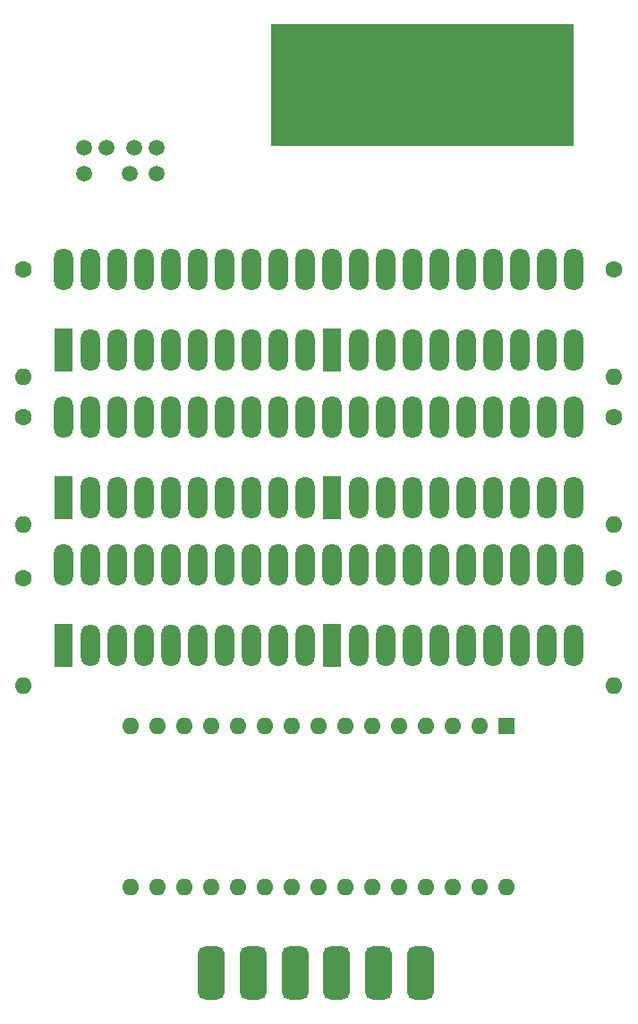
<source format=gbr>
%TF.GenerationSoftware,KiCad,Pcbnew,7.0.10-7.0.10~ubuntu20.04.1*%
%TF.CreationDate,2024-02-04T15:22:38+01:00*%
%TF.ProjectId,tapeadj,74617065-6164-46a2-9e6b-696361645f70,1.0*%
%TF.SameCoordinates,Original*%
%TF.FileFunction,Soldermask,Bot*%
%TF.FilePolarity,Negative*%
%FSLAX46Y46*%
G04 Gerber Fmt 4.6, Leading zero omitted, Abs format (unit mm)*
G04 Created by KiCad (PCBNEW 7.0.10-7.0.10~ubuntu20.04.1) date 2024-02-04 15:22:38*
%MOMM*%
%LPD*%
G01*
G04 APERTURE LIST*
G04 Aperture macros list*
%AMRoundRect*
0 Rectangle with rounded corners*
0 $1 Rounding radius*
0 $2 $3 $4 $5 $6 $7 $8 $9 X,Y pos of 4 corners*
0 Add a 4 corners polygon primitive as box body*
4,1,4,$2,$3,$4,$5,$6,$7,$8,$9,$2,$3,0*
0 Add four circle primitives for the rounded corners*
1,1,$1+$1,$2,$3*
1,1,$1+$1,$4,$5*
1,1,$1+$1,$6,$7*
1,1,$1+$1,$8,$9*
0 Add four rect primitives between the rounded corners*
20,1,$1+$1,$2,$3,$4,$5,0*
20,1,$1+$1,$4,$5,$6,$7,0*
20,1,$1+$1,$6,$7,$8,$9,0*
20,1,$1+$1,$8,$9,$2,$3,0*%
%AMOutline5P*
0 Free polygon, 5 corners , with rotation*
0 The origin of the aperture is its center*
0 number of corners: always 5*
0 $1 to $10 corner X, Y*
0 $11 Rotation angle, in degrees counterclockwise*
0 create outline with 5 corners*
4,1,5,$1,$2,$3,$4,$5,$6,$7,$8,$9,$10,$1,$2,$11*%
%AMOutline6P*
0 Free polygon, 6 corners , with rotation*
0 The origin of the aperture is its center*
0 number of corners: always 6*
0 $1 to $12 corner X, Y*
0 $13 Rotation angle, in degrees counterclockwise*
0 create outline with 6 corners*
4,1,6,$1,$2,$3,$4,$5,$6,$7,$8,$9,$10,$11,$12,$1,$2,$13*%
%AMOutline7P*
0 Free polygon, 7 corners , with rotation*
0 The origin of the aperture is its center*
0 number of corners: always 7*
0 $1 to $14 corner X, Y*
0 $15 Rotation angle, in degrees counterclockwise*
0 create outline with 7 corners*
4,1,7,$1,$2,$3,$4,$5,$6,$7,$8,$9,$10,$11,$12,$13,$14,$1,$2,$15*%
%AMOutline8P*
0 Free polygon, 8 corners , with rotation*
0 The origin of the aperture is its center*
0 number of corners: always 8*
0 $1 to $16 corner X, Y*
0 $17 Rotation angle, in degrees counterclockwise*
0 create outline with 8 corners*
4,1,8,$1,$2,$3,$4,$5,$6,$7,$8,$9,$10,$11,$12,$13,$14,$15,$16,$1,$2,$17*%
G04 Aperture macros list end*
%ADD10C,0.100000*%
%ADD11RoundRect,0.625000X-0.625000X-1.875000X0.625000X-1.875000X0.625000X1.875000X-0.625000X1.875000X0*%
%ADD12C,1.600000*%
%ADD13O,1.600000X1.600000*%
%ADD14R,1.800000X4.032000*%
%ADD15O,1.800000X4.000000*%
%ADD16R,2.410000X10.000000*%
%ADD17Outline5P,-1.205000X4.156500X-0.361500X5.000000X1.205000X5.000000X1.205000X-5.000000X-1.205000X-5.000000X0.000000*%
%ADD18Outline5P,-1.205000X5.000000X0.361500X5.000000X1.205000X4.156500X1.205000X-5.000000X-1.205000X-5.000000X0.000000*%
%ADD19R,1.600000X1.600000*%
%ADD20C,1.500000*%
G04 APERTURE END LIST*
%TO.C,CN2*%
D10*
X120558045Y-35261520D02*
X91983045Y-35261520D01*
X91983045Y-23831520D01*
X120558045Y-23831520D01*
X120558045Y-35261520D01*
G36*
X120558045Y-35261520D02*
G01*
X91983045Y-35261520D01*
X91983045Y-23831520D01*
X120558045Y-23831520D01*
X120558045Y-35261520D01*
G37*
%TD*%
D11*
%TO.C,CN1*%
X106127556Y-113575170D03*
X102167556Y-113575170D03*
X98207556Y-113575170D03*
X94247556Y-113575170D03*
X90287556Y-113575170D03*
X86327556Y-113575170D03*
%TD*%
D12*
%TO.C,R4*%
X124460000Y-60960000D03*
D13*
X124460000Y-71120000D03*
%TD*%
D12*
%TO.C,R6*%
X124460000Y-76200000D03*
D13*
X124460000Y-86360000D03*
%TD*%
D14*
%TO.C,BAR4*%
X97790000Y-68580000D03*
D15*
X100330000Y-68580000D03*
X102870000Y-68580000D03*
X105410000Y-68580000D03*
X107950000Y-68580000D03*
X110490000Y-68580000D03*
X113030000Y-68580000D03*
X115570000Y-68580000D03*
X118110000Y-68580000D03*
X120650000Y-68580000D03*
X120650000Y-60960000D03*
X118110000Y-60960000D03*
X115570000Y-60960000D03*
X113030000Y-60960000D03*
X110490000Y-60960000D03*
X107950000Y-60960000D03*
X105410000Y-60960000D03*
X102870000Y-60960000D03*
X100330000Y-60960000D03*
X97790000Y-60960000D03*
%TD*%
D12*
%TO.C,R3*%
X68580000Y-60960000D03*
D13*
X68580000Y-71120000D03*
%TD*%
D14*
%TO.C,BAR2*%
X97790000Y-54610000D03*
D15*
X100330000Y-54610000D03*
X102870000Y-54610000D03*
X105410000Y-54610000D03*
X107950000Y-54610000D03*
X110490000Y-54610000D03*
X113030000Y-54610000D03*
X115570000Y-54610000D03*
X118110000Y-54610000D03*
X120650000Y-54610000D03*
X120650000Y-46990000D03*
X118110000Y-46990000D03*
X115570000Y-46990000D03*
X113030000Y-46990000D03*
X110490000Y-46990000D03*
X107950000Y-46990000D03*
X105410000Y-46990000D03*
X102870000Y-46990000D03*
X100330000Y-46990000D03*
X97790000Y-46990000D03*
%TD*%
D14*
%TO.C,BAR1*%
X72390000Y-54610000D03*
D15*
X74930000Y-54610000D03*
X77470000Y-54610000D03*
X80010000Y-54610000D03*
X82550000Y-54610000D03*
X85090000Y-54610000D03*
X87630000Y-54610000D03*
X90170000Y-54610000D03*
X92710000Y-54610000D03*
X95250000Y-54610000D03*
X95250000Y-46990000D03*
X92710000Y-46990000D03*
X90170000Y-46990000D03*
X87630000Y-46990000D03*
X85090000Y-46990000D03*
X82550000Y-46990000D03*
X80010000Y-46990000D03*
X77470000Y-46990000D03*
X74930000Y-46990000D03*
X72390000Y-46990000D03*
%TD*%
D16*
%TO.C,CN2*%
X116228045Y-30181520D03*
D17*
X112268045Y-30181520D03*
D18*
X108308045Y-30181520D03*
D16*
X104348045Y-30181520D03*
X100388045Y-30181520D03*
X96428045Y-30181520D03*
%TD*%
D12*
%TO.C,R5*%
X68580000Y-76200000D03*
D13*
X68580000Y-86360000D03*
%TD*%
D14*
%TO.C,BAR6*%
X97790000Y-82550000D03*
D15*
X100330000Y-82550000D03*
X102870000Y-82550000D03*
X105410000Y-82550000D03*
X107950000Y-82550000D03*
X110490000Y-82550000D03*
X113030000Y-82550000D03*
X115570000Y-82550000D03*
X118110000Y-82550000D03*
X120650000Y-82550000D03*
X120650000Y-74930000D03*
X118110000Y-74930000D03*
X115570000Y-74930000D03*
X113030000Y-74930000D03*
X110490000Y-74930000D03*
X107950000Y-74930000D03*
X105410000Y-74930000D03*
X102870000Y-74930000D03*
X100330000Y-74930000D03*
X97790000Y-74930000D03*
%TD*%
D14*
%TO.C,BAR3*%
X72390000Y-68580000D03*
D15*
X74930000Y-68580000D03*
X77470000Y-68580000D03*
X80010000Y-68580000D03*
X82550000Y-68580000D03*
X85090000Y-68580000D03*
X87630000Y-68580000D03*
X90170000Y-68580000D03*
X92710000Y-68580000D03*
X95250000Y-68580000D03*
X95250000Y-60960000D03*
X92710000Y-60960000D03*
X90170000Y-60960000D03*
X87630000Y-60960000D03*
X85090000Y-60960000D03*
X82550000Y-60960000D03*
X80010000Y-60960000D03*
X77470000Y-60960000D03*
X74930000Y-60960000D03*
X72390000Y-60960000D03*
%TD*%
D12*
%TO.C,R2*%
X124460000Y-46990000D03*
D13*
X124460000Y-57150000D03*
%TD*%
D19*
%TO.C,A1*%
X114300000Y-90180000D03*
D13*
X111760000Y-90180000D03*
X109220000Y-90180000D03*
X106680000Y-90180000D03*
X104140000Y-90180000D03*
X101600000Y-90180000D03*
X99060000Y-90180000D03*
X96520000Y-90180000D03*
X93980000Y-90180000D03*
X91440000Y-90180000D03*
X88900000Y-90180000D03*
X86360000Y-90180000D03*
X83820000Y-90180000D03*
X81280000Y-90180000D03*
X78740000Y-90180000D03*
X78740000Y-105420000D03*
X81280000Y-105420000D03*
X83820000Y-105420000D03*
X86360000Y-105420000D03*
X88900000Y-105420000D03*
X91440000Y-105420000D03*
X93980000Y-105420000D03*
X96520000Y-105420000D03*
X99060000Y-105420000D03*
X101600000Y-105420000D03*
X104140000Y-105420000D03*
X106680000Y-105420000D03*
X109220000Y-105420000D03*
X111760000Y-105420000D03*
X114300000Y-105420000D03*
%TD*%
D12*
%TO.C,R1*%
X68580000Y-46990000D03*
D13*
X68580000Y-57150000D03*
%TD*%
D20*
%TO.C,CN3*%
X76424000Y-35473000D03*
X79024000Y-35473000D03*
X74324000Y-35473000D03*
X81124000Y-35473000D03*
X74324000Y-37973000D03*
X78624000Y-37973000D03*
X81124000Y-37973000D03*
%TD*%
D14*
%TO.C,BAR5*%
X72390000Y-82550000D03*
D15*
X74930000Y-82550000D03*
X77470000Y-82550000D03*
X80010000Y-82550000D03*
X82550000Y-82550000D03*
X85090000Y-82550000D03*
X87630000Y-82550000D03*
X90170000Y-82550000D03*
X92710000Y-82550000D03*
X95250000Y-82550000D03*
X95250000Y-74930000D03*
X92710000Y-74930000D03*
X90170000Y-74930000D03*
X87630000Y-74930000D03*
X85090000Y-74930000D03*
X82550000Y-74930000D03*
X80010000Y-74930000D03*
X77470000Y-74930000D03*
X74930000Y-74930000D03*
X72390000Y-74930000D03*
%TD*%
M02*

</source>
